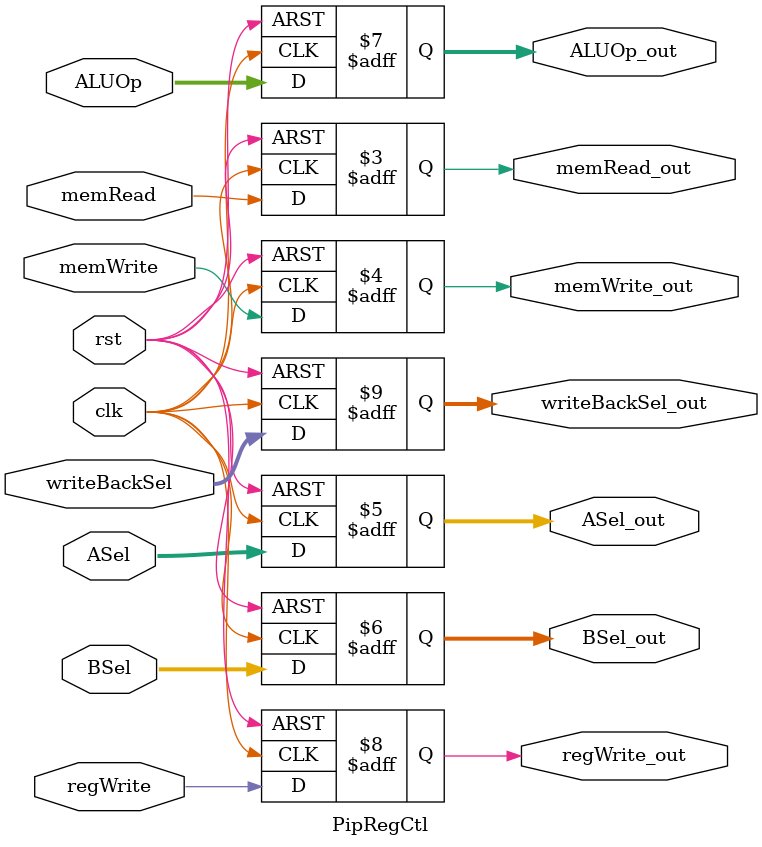
<source format=v>
module PipRegCtl (
    input wire clk,
    input wire rst,
    
    input memRead,
    input memWrite,
    input [1:0] ASel,
    input [1:0] BSel,
    input [1:0] ALUOp,
    input regWrite,
    input [1:0] writeBackSel,

    output reg memRead_out,
    output reg memWrite_out,
    output reg [1:0] ASel_out,
    output reg [1:0] BSel_out,
    output reg [1:0] ALUOp_out,
    output reg regWrite_out,
    output reg [1:0] writeBackSel_out
);
    always @(posedge clk, negedge rst) begin
        if (!rst) begin
            memRead_out <= 1'b0;
            memWrite_out <= 1'b0;
            ASel_out <= 2'b00;
            BSel_out <= 2'b00;
            ALUOp_out <= 2'b00;
            regWrite_out <= 1'b0;
            writeBackSel_out <= 2'b00;
        end else begin 
            memRead_out <= memRead;
            memWrite_out <= memWrite;
            ASel_out <= ASel;
            BSel_out <= BSel;
            ALUOp_out <= ALUOp;
            regWrite_out <= regWrite;
            writeBackSel_out <= writeBackSel;
        end
    end

endmodule

</source>
